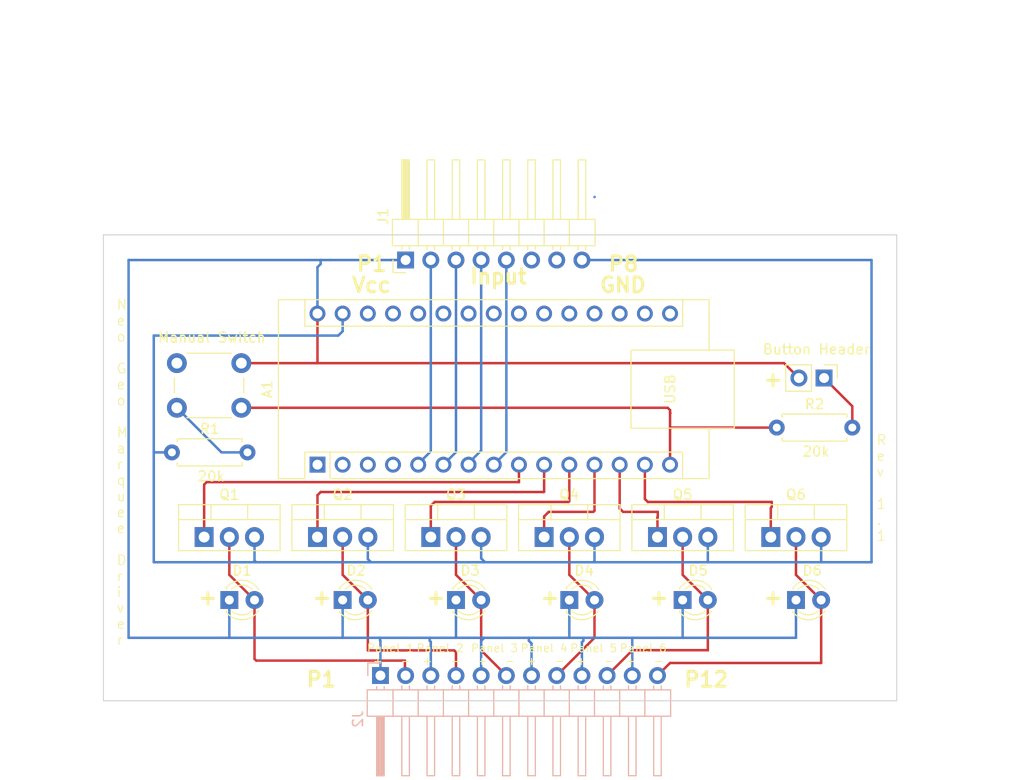
<source format=kicad_pcb>
(kicad_pcb (version 20241229) (generator "pcbnew") (generator_version "9.0")
  (layers (0 "F.Cu" signal) (2 "B.Cu" signal) (13 "F.Paste" user) (15 "B.Paste" user) (5 "F.SilkS" user "F.Silkscreen") (7 "B.SilkS" user "B.Silkscreen") (1 "F.Mask" user) (3 "B.Mask" user) (25 "Edge.Cuts" user))
  (net 0 "")
  (footprint "MountingHole:MountingHole_3.2mm_M3" (layer "F.Cu") (at 161.04 63.59)
    (property "Reference" "REF**" (hide yes))
    (property "Value" "MountingHole_3.2mm_M3")
    (pad "" np_thru_hole circle (at 0 0) (size 3.2 3.2) (drill 3.2) (layers "*.Cu" "*.Mask"))
  )
  (footprint "LED_THT:LED_D3.0mm" (layer "F.Cu") (at 100.33 93.98)
    (property "Reference" "D1" (hide yes))
    (property "Value" "LED_D3.0mm")
    (pad "1" thru_hole rect (at 0 0) (size 1.8 1.8) (drill 0.9) (layers "*.Cu" "*.Mask"))
    (pad "2" thru_hole circle (at 2.54 0) (size 1.8 1.8) (drill 0.9) (layers "*.Cu" "*.Mask"))
  )
  (footprint "Resistor_THT:R_Axial_DIN0207_L6.3mm_D2.5mm_P7.62mm_Horizontal" (layer "F.Cu") (at 155.54 76.59)
    (property "Reference" "R2" (at 3.81 -2.37 0) (layer "F.SilkS"))
    (property "Value" "R_Axial_DIN0207_L6.3mm_D2.5mm_P7.62mm_Horizontal")
    (pad "1" thru_hole circle (at 0 0) (size 1.6 1.6) (drill 0.8) (layers "*.Cu" "*.Mask"))
    (pad "2" thru_hole oval (at 7.62 0) (size 1.6 1.6) (drill 0.8) (layers "*.Cu" "*.Mask"))
  )
  (footprint "Resistor_THT:R_Axial_DIN0207_L6.3mm_D2.5mm_P7.62mm_Horizontal" (layer "F.Cu") (at 94.54 79.09)
    (property "Reference" "R1" (at 3.81 -2.37 0) (layer "F.SilkS"))
    (property "Value" "R_Axial_DIN0207_L6.3mm_D2.5mm_P7.62mm_Horizontal")
    (pad "1" thru_hole circle (at 0 0) (size 1.6 1.6) (drill 0.8) (layers "*.Cu" "*.Mask"))
    (pad "2" thru_hole oval (at 7.62 0) (size 1.6 1.6) (drill 0.8) (layers "*.Cu" "*.Mask"))
  )
  (footprint "LED_THT:LED_D3.0mm" (layer "F.Cu") (at 157.48 93.98)
    (property "Reference" "D6" (hide yes))
    (property "Value" "LED_D3.0mm")
    (pad "1" thru_hole rect (at 0 0) (size 1.8 1.8) (drill 0.9) (layers "*.Cu" "*.Mask"))
    (pad "2" thru_hole circle (at 2.54 0) (size 1.8 1.8) (drill 0.9) (layers "*.Cu" "*.Mask"))
  )
  (footprint "LED_THT:LED_D3.0mm" (layer "F.Cu") (at 146.05 93.98)
    (property "Reference" "D5" (hide yes))
    (property "Value" "LED_D3.0mm")
    (pad "1" thru_hole rect (at 0 0) (size 1.8 1.8) (drill 0.9) (layers "*.Cu" "*.Mask"))
    (pad "2" thru_hole circle (at 2.54 0) (size 1.8 1.8) (drill 0.9) (layers "*.Cu" "*.Mask"))
  )
  (footprint "Package_TO_SOT_THT:TO-220-3_Vertical" (layer "F.Cu") (at 154.94 87.63)
    (property "Reference" "Q6" (at 2.54 -4.27 0) (layer "F.SilkS"))
    (property "Value" "TO-220-3_Vertical")
    (pad "1" thru_hole rect (at 0 0) (size 1.905 2) (drill 1.1) (layers "*.Cu" "*.Mask"))
    (pad "2" thru_hole oval (at 2.54 0) (size 1.905 2) (drill 1.1) (layers "*.Cu" "*.Mask"))
    (pad "3" thru_hole oval (at 5.08 0) (size 1.905 2) (drill 1.1) (layers "*.Cu" "*.Mask"))
  )
  (footprint "Connector_PinHeader_2.54mm:PinHeader_1x02_P2.54mm_Vertical" (layer "F.Cu") (at 160.315 71.59 -90)
    (property "Reference" "REF**" (hide yes))
    (property "Value" "PinHeader_1x02_P2.54mm_Vertical")
    (pad "1" thru_hole rect (at 0 0 270) (size 1.7 1.7) (drill 1) (layers "*.Cu" "*.Mask"))
    (pad "2" thru_hole oval (at 0 2.54 270) (size 1.7 1.7) (drill 1) (layers "*.Cu" "*.Mask"))
  )
  (footprint "Package_TO_SOT_THT:TO-220-3_Vertical" (layer "F.Cu") (at 109.22 87.63)
    (property "Reference" "Q2" (at 2.54 -4.27 0) (layer "F.SilkS"))
    (property "Value" "TO-220-3_Vertical")
    (pad "1" thru_hole rect (at 0 0) (size 1.905 2) (drill 1.1) (layers "*.Cu" "*.Mask"))
    (pad "2" thru_hole oval (at 2.54 0) (size 1.905 2) (drill 1.1) (layers "*.Cu" "*.Mask"))
    (pad "3" thru_hole oval (at 5.08 0) (size 1.905 2) (drill 1.1) (layers "*.Cu" "*.Mask"))
  )
  (footprint "MountingHole:MountingHole_3.2mm_M3" (layer "F.Cu") (at 164.04 100.59)
    (property "Reference" "REF**" (hide yes))
    (property "Value" "MountingHole_3.2mm_M3")
    (pad "" np_thru_hole circle (at 0 0) (size 3.2 3.2) (drill 3.2) (layers "*.Cu" "*.Mask"))
  )
  (footprint "MountingHole:MountingHole_3.2mm_M3" (layer "F.Cu") (at 94.54 63.59)
    (property "Reference" "REF**" (hide yes))
    (property "Value" "MountingHole_3.2mm_M3")
    (pad "" np_thru_hole circle (at 0 0) (size 3.2 3.2) (drill 3.2) (layers "*.Cu" "*.Mask"))
  )
  (footprint "Button_Switch_THT:SW_PUSH_6mm_H5mm" (layer "F.Cu") (at 95.04 70.09)
    (property "Reference" "REF**" (hide yes))
    (property "Value" "SW_PUSH_6mm_H5mm")
    (pad "1" thru_hole circle (at 0 0 90) (size 2 2) (drill 1.1) (layers "*.Cu" "*.Mask"))
    (pad "1" thru_hole circle (at 6.5 0 90) (size 2 2) (drill 1.1) (layers "*.Cu" "*.Mask"))
    (pad "2" thru_hole circle (at 0 4.5 90) (size 2 2) (drill 1.1) (layers "*.Cu" "*.Mask"))
    (pad "2" thru_hole circle (at 6.5 4.5 90) (size 2 2) (drill 1.1) (layers "*.Cu" "*.Mask"))
  )
  (footprint "LED_THT:LED_D3.0mm" (layer "F.Cu") (at 134.62 93.98)
    (property "Reference" "D4" (hide yes))
    (property "Value" "LED_D3.0mm")
    (pad "1" thru_hole rect (at 0 0) (size 1.8 1.8) (drill 0.9) (layers "*.Cu" "*.Mask"))
    (pad "2" thru_hole circle (at 2.54 0) (size 1.8 1.8) (drill 0.9) (layers "*.Cu" "*.Mask"))
  )
  (footprint "LED_THT:LED_D3.0mm" (layer "F.Cu") (at 123.19 93.98)
    (property "Reference" "D3" (hide yes))
    (property "Value" "LED_D3.0mm")
    (pad "1" thru_hole rect (at 0 0) (size 1.8 1.8) (drill 0.9) (layers "*.Cu" "*.Mask"))
    (pad "2" thru_hole circle (at 2.54 0) (size 1.8 1.8) (drill 0.9) (layers "*.Cu" "*.Mask"))
  )
  (footprint "Package_TO_SOT_THT:TO-220-3_Vertical" (layer "F.Cu") (at 143.51 87.63)
    (property "Reference" "Q5" (at 2.54 -4.27 0) (layer "F.SilkS"))
    (property "Value" "TO-220-3_Vertical")
    (pad "1" thru_hole rect (at 0 0) (size 1.905 2) (drill 1.1) (layers "*.Cu" "*.Mask"))
    (pad "2" thru_hole oval (at 2.54 0) (size 1.905 2) (drill 1.1) (layers "*.Cu" "*.Mask"))
    (pad "3" thru_hole oval (at 5.08 0) (size 1.905 2) (drill 1.1) (layers "*.Cu" "*.Mask"))
  )
  (footprint "Package_TO_SOT_THT:TO-220-3_Vertical" (layer "F.Cu") (at 132.08 87.63)
    (property "Reference" "Q4" (at 2.54 -4.27 0) (layer "F.SilkS"))
    (property "Value" "TO-220-3_Vertical")
    (pad "1" thru_hole rect (at 0 0) (size 1.905 2) (drill 1.1) (layers "*.Cu" "*.Mask"))
    (pad "2" thru_hole oval (at 2.54 0) (size 1.905 2) (drill 1.1) (layers "*.Cu" "*.Mask"))
    (pad "3" thru_hole oval (at 5.08 0) (size 1.905 2) (drill 1.1) (layers "*.Cu" "*.Mask"))
  )
  (footprint "Package_TO_SOT_THT:TO-220-3_Vertical" (layer "F.Cu") (at 120.65 87.63)
    (property "Reference" "Q3" (at 2.54 -4.27 0) (layer "F.SilkS"))
    (property "Value" "TO-220-3_Vertical")
    (pad "1" thru_hole rect (at 0 0) (size 1.905 2) (drill 1.1) (layers "*.Cu" "*.Mask"))
    (pad "2" thru_hole oval (at 2.54 0) (size 1.905 2) (drill 1.1) (layers "*.Cu" "*.Mask"))
    (pad "3" thru_hole oval (at 5.08 0) (size 1.905 2) (drill 1.1) (layers "*.Cu" "*.Mask"))
  )
  (footprint "Package_TO_SOT_THT:TO-220-3_Vertical" (layer "F.Cu") (at 97.79 87.63)
    (property "Reference" "Q1" (at 2.54 -4.27 0) (layer "F.SilkS"))
    (property "Value" "TO-220-3_Vertical")
    (pad "1" thru_hole rect (at 0 0) (size 1.905 2) (drill 1.1) (layers "*.Cu" "*.Mask"))
    (pad "2" thru_hole oval (at 2.54 0) (size 1.905 2) (drill 1.1) (layers "*.Cu" "*.Mask"))
    (pad "3" thru_hole oval (at 5.08 0) (size 1.905 2) (drill 1.1) (layers "*.Cu" "*.Mask"))
  )
  (footprint "Module:Arduino_Nano_WithMountingHoles" (layer "F.Cu") (at 109.22 80.33 90)
    (property "Reference" "A1" (at 7.62 -5.08 90) (layer "F.SilkS"))
    (property "Value" "Arduino_Nano_WithMountingHoles")
    (fp_text user "USB" (at 7.62 35.56 90) (layer "F.SilkS"))
    (pad "" np_thru_hole circle (at 0 -2.54 90) (size 1.78 1.78) (drill 1.78) (layers "*.Cu" "*.Mask"))
    (pad "" np_thru_hole circle (at 0 38.1 90) (size 1.78 1.78) (drill 1.78) (layers "*.Cu" "*.Mask"))
    (pad "" np_thru_hole circle (at 15.24 -2.54 90) (size 1.78 1.78) (drill 1.78) (layers "*.Cu" "*.Mask"))
    (pad "" np_thru_hole circle (at 15.24 38.1 90) (size 1.78 1.78) (drill 1.78) (layers "*.Cu" "*.Mask"))
    (pad "3V3 Out" thru_hole oval (at 15.24 33.02 90) (size 1.6 1.6) (drill 1) (layers "*.Cu" "*.Mask"))
    (pad "5V Out" thru_hole oval (at 15.24 7.62 90) (size 1.6 1.6) (drill 1) (layers "*.Cu" "*.Mask"))
    (pad "A0" thru_hole oval (at 15.24 27.94 90) (size 1.6 1.6) (drill 1) (layers "*.Cu" "*.Mask"))
    (pad "A1" thru_hole oval (at 15.24 25.4 90) (size 1.6 1.6) (drill 1) (layers "*.Cu" "*.Mask"))
    (pad "A2" thru_hole oval (at 15.24 22.86 90) (size 1.6 1.6) (drill 1) (layers "*.Cu" "*.Mask"))
    (pad "A3" thru_hole oval (at 15.24 20.32 90) (size 1.6 1.6) (drill 1) (layers "*.Cu" "*.Mask"))
    (pad "A4" thru_hole oval (at 15.24 17.78 90) (size 1.6 1.6) (drill 1) (layers "*.Cu" "*.Mask"))
    (pad "A5" thru_hole oval (at 15.24 15.24 90) (size 1.6 1.6) (drill 1) (layers "*.Cu" "*.Mask"))
    (pad "A6" thru_hole oval (at 15.24 12.7 90) (size 1.6 1.6) (drill 1) (layers "*.Cu" "*.Mask"))
    (pad "A7" thru_hole oval (at 15.24 10.16 90) (size 1.6 1.6) (drill 1) (layers "*.Cu" "*.Mask"))
    (pad "D2" thru_hole oval (at 0 10.16 90) (size 1.6 1.6) (drill 1) (layers "*.Cu" "*.Mask"))
    (pad "D3" thru_hole oval (at 0 12.7 90) (size 1.6 1.6) (drill 1) (layers "*.Cu" "*.Mask"))
    (pad "D4" thru_hole oval (at 0 15.24 90) (size 1.6 1.6) (drill 1) (layers "*.Cu" "*.Mask"))
    (pad "D5" thru_hole oval (at 0 17.78 90) (size 1.6 1.6) (drill 1) (layers "*.Cu" "*.Mask"))
    (pad "D6" thru_hole oval (at 0 20.32 90) (size 1.6 1.6) (drill 1) (layers "*.Cu" "*.Mask"))
    (pad "D7" thru_hole oval (at 0 22.86 90) (size 1.6 1.6) (drill 1) (layers "*.Cu" "*.Mask"))
    (pad "D8" thru_hole oval (at 0 25.4 90) (size 1.6 1.6) (drill 1) (layers "*.Cu" "*.Mask"))
    (pad "D9" thru_hole oval (at 0 27.94 90) (size 1.6 1.6) (drill 1) (layers "*.Cu" "*.Mask"))
    (pad "D10" thru_hole oval (at 0 30.48 90) (size 1.6 1.6) (drill 1) (layers "*.Cu" "*.Mask"))
    (pad "D11" thru_hole oval (at 0 33.02 90) (size 1.6 1.6) (drill 1) (layers "*.Cu" "*.Mask"))
    (pad "D12" thru_hole oval (at 0 35.56 90) (size 1.6 1.6) (drill 1) (layers "*.Cu" "*.Mask"))
    (pad "D13" thru_hole oval (at 15.24 35.56 90) (size 1.6 1.6) (drill 1) (layers "*.Cu" "*.Mask"))
    (pad "GND" thru_hole oval (at 0 7.62 90) (size 1.6 1.6) (drill 1) (layers "*.Cu" "*.Mask"))
    (pad "GND" thru_hole oval (at 15.24 2.54 90) (size 1.6 1.6) (drill 1) (layers "*.Cu" "*.Mask"))
    (pad "REF" thru_hole oval (at 15.24 30.48 90) (size 1.6 1.6) (drill 1) (layers "*.Cu" "*.Mask"))
    (pad "RST" thru_hole oval (at 0 5.08 90) (size 1.6 1.6) (drill 1) (layers "*.Cu" "*.Mask"))
    (pad "RST" thru_hole oval (at 15.24 5.08 90) (size 1.6 1.6) (drill 1) (layers "*.Cu" "*.Mask"))
    (pad "RX0" thru_hole oval (at 0 2.54 90) (size 1.6 1.6) (drill 1) (layers "*.Cu" "*.Mask"))
    (pad "TX1" thru_hole rect (at 0 0 90) (size 1.6 1.6) (drill 1) (layers "*.Cu" "*.Mask"))
    (pad "Vin" thru_hole oval (at 15.24 0 90) (size 1.6 1.6) (drill 1) (layers "*.Cu" "*.Mask"))
  )
  (footprint "Connector_PinHeader_2.54mm:PinHeader_1x08_P2.54mm_Horizontal" (layer "F.Cu") (at 118.11 59.69 90)
    (property "Reference" "J1" (at 4.385 -2.27 90) (layer "F.SilkS"))
    (property "Value" "PinHeader_1x08_P2.54mm_Horizontal")
    (pad "1" thru_hole rect (at 0 0 90) (size 1.7 1.7) (drill 1) (layers "*.Cu" "*.Mask"))
    (pad "2" thru_hole oval (at 0 2.54 90) (size 1.7 1.7) (drill 1) (layers "*.Cu" "*.Mask"))
    (pad "3" thru_hole oval (at 0 5.08 90) (size 1.7 1.7) (drill 1) (layers "*.Cu" "*.Mask"))
    (pad "4" thru_hole oval (at 0 7.62 90) (size 1.7 1.7) (drill 1) (layers "*.Cu" "*.Mask"))
    (pad "5" thru_hole oval (at 0 10.16 90) (size 1.7 1.7) (drill 1) (layers "*.Cu" "*.Mask"))
    (pad "6" thru_hole oval (at 0 12.7 90) (size 1.7 1.7) (drill 1) (layers "*.Cu" "*.Mask"))
    (pad "7" thru_hole oval (at 0 15.24 90) (size 1.7 1.7) (drill 1) (layers "*.Cu" "*.Mask"))
    (pad "8" thru_hole oval (at 0 17.78 90) (size 1.7 1.7) (drill 1) (layers "*.Cu" "*.Mask"))
  )
  (footprint "LED_THT:LED_D3.0mm" (layer "F.Cu") (at 111.76 93.98)
    (property "Reference" "D2" (hide yes))
    (property "Value" "LED_D3.0mm")
    (pad "1" thru_hole rect (at 0 0) (size 1.8 1.8) (drill 0.9) (layers "*.Cu" "*.Mask"))
    (pad "2" thru_hole circle (at 2.54 0) (size 1.8 1.8) (drill 0.9) (layers "*.Cu" "*.Mask"))
  )
  (footprint "Connector_PinHeader_2.54mm:PinHeader_1x12_P2.54mm_Horizontal" (layer "B.Cu") (at 115.57 101.6 -90)
    (property "Reference" "J2" (at 4.385 2.27 90) (layer "B.SilkS") (effects (justify mirror)))
    (property "Value" "PinHeader_1x12_P2.54mm_Horizontal" (hide yes))
    (pad "1" thru_hole rect (at 0 0 270) (size 1.7 1.7) (drill 1) (layers "*.Cu" "*.Mask"))
    (pad "2" thru_hole oval (at 0 -2.54 270) (size 1.7 1.7) (drill 1) (layers "*.Cu" "*.Mask"))
    (pad "3" thru_hole oval (at 0 -5.08 270) (size 1.7 1.7) (drill 1) (layers "*.Cu" "*.Mask"))
    (pad "4" thru_hole oval (at 0 -7.62 270) (size 1.7 1.7) (drill 1) (layers "*.Cu" "*.Mask"))
    (pad "5" thru_hole oval (at 0 -10.16 270) (size 1.7 1.7) (drill 1) (layers "*.Cu" "*.Mask"))
    (pad "6" thru_hole oval (at 0 -12.7 270) (size 1.7 1.7) (drill 1) (layers "*.Cu" "*.Mask"))
    (pad "7" thru_hole oval (at 0 -15.24 270) (size 1.7 1.7) (drill 1) (layers "*.Cu" "*.Mask"))
    (pad "8" thru_hole oval (at 0 -17.78 270) (size 1.7 1.7) (drill 1) (layers "*.Cu" "*.Mask"))
    (pad "9" thru_hole oval (at 0 -20.32 270) (size 1.7 1.7) (drill 1) (layers "*.Cu" "*.Mask"))
    (pad "10" thru_hole oval (at 0 -22.86 270) (size 1.7 1.7) (drill 1) (layers "*.Cu" "*.Mask"))
    (pad "11" thru_hole oval (at 0 -25.4 270) (size 1.7 1.7) (drill 1) (layers "*.Cu" "*.Mask"))
    (pad "12" thru_hole oval (at 0 -27.94 270) (size 1.7 1.7) (drill 1) (layers "*.Cu" "*.Mask"))
  )
  (gr_rect (start 87.63 57.15) (end 167.64 104.14) (stroke (width 0.1)) (fill no) (layer "Edge.Cuts"))
  (gr_text " Panel 1\n  +   -" (at 113.54 100.59 0) (layer "F.SilkS") (effects (font (size 0.8 0.8) (thickness 0.1)) (justify left bottom)))
  (gr_text "D4" (at 135.04 91.59 0) (layer "F.SilkS") (effects (font (size 1 1)) (justify left bottom)))
  (gr_text "20k" (at 97.04 82.09 0) (layer "F.SilkS") (effects (font (size 1 1)) (justify left bottom)))
  (gr_text " Panel 3\n  +   -" (at 124.04 100.59 0) (layer "F.SilkS") (effects (font (size 0.8 0.8) (thickness 0.1)) (justify left bottom)))
  (gr_text "+" (at 120.04 94.59 0) (layer "F.SilkS") (effects (font (size 1.5 1.5) (thickness 0.3) (bold yes)) (justify left bottom)))
  (gr_text "Input" (at 124.46 62.23 0) (layer "F.SilkS") (effects (font (size 1.5 1.5) (thickness 0.3) (bold yes)) (justify left bottom)))
  (gr_text "GND" (at 137.54 63.09 0) (layer "F.SilkS") (effects (font (size 1.5 1.5) (thickness 0.3) (bold yes)) (justify left bottom)))
  (gr_text "D6" (at 158.04 91.59 0) (layer "F.SilkS") (effects (font (size 1 1)) (justify left bottom)))
  (gr_text "D1" (at 100.54 91.59 0) (layer "F.SilkS") (effects (font (size 1 1)) (justify left bottom)))
  (gr_text " Panel 5\n  +   -" (at 134.04 100.59 0) (layer "F.SilkS") (effects (font (size 0.8 0.8) (thickness 0.1)) (justify left bottom)))
  (gr_text " Panel 4\n  +   -" (at 129.04 100.59 0) (layer "F.SilkS") (effects (font (size 0.8 0.8) (thickness 0.1)) (justify left bottom)))
  (gr_text "P1" (at 107.95 102.87 0) (layer "F.SilkS") (effects (font (size 1.5 1.5) (thickness 0.3) (bold yes)) (justify left bottom)))
  (gr_text "R\ne\nv\n\n1\n.\n1" (at 165.54 88.09 0) (layer "F.SilkS") (effects (font (size 1 1) (thickness 0.1)) (justify left bottom)))
  (gr_text " Panel 6\n  +   -" (at 139.04 100.59 0) (layer "F.SilkS") (effects (font (size 0.8 0.8) (thickness 0.1)) (justify left bottom)))
  (gr_text "D2" (at 112.04 91.59 0) (layer "F.SilkS") (effects (font (size 1 1)) (justify left bottom)))
  (gr_text "P1" (at 113.03 60.96 0) (layer "F.SilkS") (effects (font (size 1.5 1.5) (thickness 0.3) (bold yes)) (justify left bottom)))
  (gr_text "P12" (at 146.05 102.87 0) (layer "F.SilkS") (effects (font (size 1.5 1.5) (thickness 0.3) (bold yes)) (justify left bottom)))
  (gr_text "Vcc" (at 112.54 63.09 0) (layer "F.SilkS") (effects (font (size 1.5 1.5) (thickness 0.3) (bold yes)) (justify left bottom)))
  (gr_text "+" (at 154.04 94.59 0) (layer "F.SilkS") (effects (font (size 1.5 1.5) (thickness 0.3) (bold yes)) (justify left bottom)))
  (gr_text " Panel 2\n  +   -" (at 118.54 100.59 0) (layer "F.SilkS") (effects (font (size 0.8 0.8) (thickness 0.1)) (justify left bottom)))
  (gr_text "D5" (at 146.54 91.59 0) (layer "F.SilkS") (effects (font (size 1 1)) (justify left bottom)))
  (gr_text "Button Header" (at 154.04 69.28 0) (layer "F.SilkS") (effects (font (size 1 1)) (justify left bottom)))
  (gr_text "D3" (at 123.54 91.59 0) (layer "F.SilkS") (effects (font (size 1 1)) (justify left bottom)))
  (gr_text "+" (at 108.54 94.59 0) (layer "F.SilkS") (effects (font (size 1.5 1.5) (thickness 0.3) (bold yes)) (justify left bottom)))
  (gr_text "+" (at 131.54 94.59 0) (layer "F.SilkS") (effects (font (size 1.5 1.5) (thickness 0.3) (bold yes)) (justify left bottom)))
  (gr_text "P8" (at 138.43 60.96 0) (layer "F.SilkS") (effects (font (size 1.5 1.5) (thickness 0.3) (bold yes)) (justify left bottom)))
  (gr_text "+" (at 97.04 94.59 0) (layer "F.SilkS") (effects (font (size 1.5 1.5) (thickness 0.3) (bold yes)) (justify left bottom)))
  (gr_text "Manual Switch" (at 93.04 68.09 0) (layer "F.SilkS") (effects (font (size 1 1)) (justify left bottom)))
  (gr_text "+" (at 154.04 72.59 0) (layer "F.SilkS") (effects (font (size 1.5 1.5) (thickness 0.3) (bold yes)) (justify left bottom)))
  (gr_text "+" (at 142.54 94.59 0) (layer "F.SilkS") (effects (font (size 1.5 1.5) (thickness 0.3) (bold yes)) (justify left bottom)))
  (gr_text "N\ne\no\n\nG\ne\no\n\nM\na\nr\nq\nu\ne\ne\n\nD\nr\ni\nv\ne\nr" (at 88.9 98.59 0) (layer "F.SilkS") (effects (font (size 1 1) (thickness 0.1)) (justify left bottom)))
  (gr_text "20k" (at 158.04 79.59 0) (layer "F.SilkS") (effects (font (size 1 1)) (justify left bottom)))
  (segment (start 134.62 84.01) (end 134.54 84.09) (width 0.25) (layer "F.Cu") (net 0))
  (segment (start 109.04 70.09) (end 109.22 70.09) (width 0.25) (layer "F.Cu") (net 0))
  (segment (start 102.87 93.98) (end 102.87 99.92) (width 0.25) (layer "F.Cu") (net 0))
  (segment (start 156.275 70.09) (end 157.775 71.59) (width 0.25) (layer "F.Cu") (net 0))
  (segment (start 114.3 99.06) (end 123.01 99.06) (width 0.25) (layer "F.Cu") (net 0))
  (segment (start 111.76 87.63) (end 111.76 91.44) (width 0.25) (layer "F.Cu") (net 0))
  (segment (start 97.79 82.34) (end 97.79 87.63) (width 0.25) (layer "F.Cu") (net 0))
  (segment (start 132.54 85.09) (end 132.08 85.55) (width 0.25) (layer "F.Cu") (net 0))
  (segment (start 125.73 93.98) (end 125.73 99.06) (width 0.25) (layer "F.Cu") (net 0))
  (segment (start 157.48 91.44) (end 160.02 93.98) (width 0.25) (layer "F.Cu") (net 0))
  (segment (start 154.94 84.69) (end 154.94 87.63) (width 0.25) (layer "F.Cu") (net 0))
  (segment (start 100.33 87.63) (end 100.33 91.44) (width 0.25) (layer "F.Cu") (net 0))
  (segment (start 118.04 100.09) (end 118.04 101.53) (width 0.25) (layer "F.Cu") (net 0))
  (segment (start 155.54 76.59) (end 144.78 76.59) (width 0.25) (layer "F.Cu") (net 0))
  (segment (start 102.87 99.92) (end 103.04 100.09) (width 0.25) (layer "F.Cu") (net 0))
  (segment (start 114.3 93.98) (end 114.3 99.06) (width 0.25) (layer "F.Cu") (net 0))
  (segment (start 109.22 70.09) (end 109.22 65.09) (width 0.25) (layer "F.Cu") (net 0))
  (segment (start 143.54 85.59) (end 143.51 85.62) (width 0.25) (layer "F.Cu") (net 0))
  (segment (start 123.19 99.24) (end 123.19 101.6) (width 0.25) (layer "F.Cu") (net 0))
  (segment (start 137.16 97.79) (end 133.35 101.6) (width 0.25) (layer "F.Cu") (net 0))
  (segment (start 125.73 99.06) (end 128.27 101.6) (width 0.25) (layer "F.Cu") (net 0))
  (segment (start 109.22 83.41) (end 109.22 87.63) (width 0.25) (layer "F.Cu") (net 0))
  (segment (start 111.76 91.44) (end 114.3 93.98) (width 0.25) (layer "F.Cu") (net 0))
  (segment (start 155.04 84.09) (end 155.04 84.59) (width 0.25) (layer "F.Cu") (net 0))
  (segment (start 140.04 85.09) (end 143.54 85.09) (width 0.25) (layer "F.Cu") (net 0))
  (segment (start 163.16 76.59) (end 163.16 74.435) (width 0.25) (layer "F.Cu") (net 0))
  (segment (start 142.24 80.33) (end 142.24 83.79) (width 0.25) (layer "F.Cu") (net 0))
  (segment (start 132.04 83.09) (end 109.54 83.09) (width 0.25) (layer "F.Cu") (net 0))
  (segment (start 137.16 84.97) (end 137.04 85.09) (width 0.25) (layer "F.Cu") (net 0))
  (segment (start 134.62 87.63) (end 134.62 91.44) (width 0.25) (layer "F.Cu") (net 0))
  (segment (start 109.54 83.09) (end 109.22 83.41) (width 0.25) (layer "F.Cu") (net 0))
  (segment (start 121.04 84.09) (end 120.65 84.48) (width 0.25) (layer "F.Cu") (net 0))
  (segment (start 95.04 78.59) (end 94.54 79.09) (width 0.25) (layer "F.Cu") (net 0))
  (segment (start 148.59 99.04) (end 140.99 99.04) (width 0.25) (layer "F.Cu") (net 0))
  (segment (start 103.04 100.09) (end 118.04 100.09) (width 0.25) (layer "F.Cu") (net 0))
  (segment (start 143.51 85.62) (end 143.51 87.63) (width 0.25) (layer "F.Cu") (net 0))
  (segment (start 137.04 85.09) (end 132.54 85.09) (width 0.25) (layer "F.Cu") (net 0))
  (segment (start 144.78 74.83) (end 144.78 75.09) (width 0.25) (layer "F.Cu") (net 0))
  (segment (start 143.54 85.09) (end 143.54 85.59) (width 0.25) (layer "F.Cu") (net 0))
  (segment (start 157.48 87.63) (end 157.48 91.44) (width 0.25) (layer "F.Cu") (net 0))
  (segment (start 144.82 75.13) (end 144.78 75.09) (width 0.25) (layer "F.Cu") (net 0))
  (segment (start 132.08 85.55) (end 132.08 87.63) (width 0.25) (layer "F.Cu") (net 0))
  (segment (start 146.05 87.63) (end 146.05 91.44) (width 0.25) (layer "F.Cu") (net 0))
  (segment (start 109.22 70.09) (end 156.275 70.09) (width 0.25) (layer "F.Cu") (net 0))
  (segment (start 129.54 82.09) (end 98.04 82.09) (width 0.25) (layer "F.Cu") (net 0))
  (segment (start 144.54 74.59) (end 144.78 74.83) (width 0.25) (layer "F.Cu") (net 0))
  (segment (start 123.19 87.63) (end 123.19 91.44) (width 0.25) (layer "F.Cu") (net 0))
  (segment (start 144.78 100.33) (end 143.51 101.6) (width 0.25) (layer "F.Cu") (net 0))
  (segment (start 101.54 74.59) (end 144.54 74.59) (width 0.25) (layer "F.Cu") (net 0))
  (segment (start 163.16 74.435) (end 160.315 71.59) (width 0.25) (layer "F.Cu") (net 0))
  (segment (start 139.7 80.33) (end 139.7 84.75) (width 0.25) (layer "F.Cu") (net 0))
  (segment (start 98.04 82.09) (end 97.79 82.34) (width 0.25) (layer "F.Cu") (net 0))
  (segment (start 137.16 93.98) (end 137.16 97.79) (width 0.25) (layer "F.Cu") (net 0))
  (segment (start 144.78 76.59) (end 144.78 80.33) (width 0.25) (layer "F.Cu") (net 0))
  (segment (start 148.59 99.04) (end 148.59 99.06) (width 0.25) (layer "F.Cu") (net 0))
  (segment (start 123.19 91.44) (end 125.73 93.98) (width 0.25) (layer "F.Cu") (net 0))
  (segment (start 134.54 84.09) (end 121.04 84.09) (width 0.25) (layer "F.Cu") (net 0))
  (segment (start 132.08 83.05) (end 132.04 83.09) (width 0.25) (layer "F.Cu") (net 0))
  (segment (start 144.78 75.09) (end 144.78 76.59) (width 0.25) (layer "F.Cu") (net 0))
  (segment (start 101.54 70.09) (end 109.04 70.09) (width 0.25) (layer "F.Cu") (net 0))
  (segment (start 137.16 80.33) (end 137.16 84.97) (width 0.25) (layer "F.Cu") (net 0))
  (segment (start 148.59 93.98) (end 148.59 99.04) (width 0.25) (layer "F.Cu") (net 0))
  (segment (start 139.7 84.75) (end 140.04 85.09) (width 0.25) (layer "F.Cu") (net 0))
  (segment (start 160.02 100.33) (end 144.78 100.33) (width 0.25) (layer "F.Cu") (net 0))
  (segment (start 123.01 99.06) (end 123.19 99.24) (width 0.25) (layer "F.Cu") (net 0))
  (segment (start 142.24 83.79) (end 142.54 84.09) (width 0.25) (layer "F.Cu") (net 0))
  (segment (start 146.05 91.44) (end 148.59 93.98) (width 0.25) (layer "F.Cu") (net 0))
  (segment (start 160.02 93.98) (end 160.02 100.33) (width 0.25) (layer "F.Cu") (net 0))
  (segment (start 120.65 84.48) (end 120.65 87.63) (width 0.25) (layer "F.Cu") (net 0))
  (segment (start 100.33 91.44) (end 102.87 93.98) (width 0.25) (layer "F.Cu") (net 0))
  (segment (start 140.99 99.04) (end 138.43 101.6) (width 0.25) (layer "F.Cu") (net 0))
  (segment (start 134.62 80.33) (end 134.62 84.01) (width 0.25) (layer "F.Cu") (net 0))
  (segment (start 134.62 91.44) (end 137.16 93.98) (width 0.25) (layer "F.Cu") (net 0))
  (segment (start 132.08 80.33) (end 132.08 83.05) (width 0.25) (layer "F.Cu") (net 0))
  (segment (start 129.54 80.33) (end 129.54 82.09) (width 0.25) (layer "F.Cu") (net 0))
  (segment (start 118.04 101.53) (end 118.11 101.6) (width 0.25) (layer "F.Cu") (net 0))
  (segment (start 142.54 84.09) (end 155.04 84.09) (width 0.25) (layer "F.Cu") (net 0))
  (segment (start 155.04 84.59) (end 154.94 84.69) (width 0.25) (layer "F.Cu") (net 0))
  (segment (start 90.17 97.79) (end 99.06 97.79) (width 0.25) (layer "B.Cu") (net 0))
  (segment (start 97.79 90.17) (end 92.71 90.17) (width 0.25) (layer "B.Cu") (net 0))
  (segment (start 125.73 89.78) (end 125.73 87.63) (width 0.25) (layer "B.Cu") (net 0))
  (segment (start 138.43 97.79) (end 139.7 97.79) (width 0.25) (layer "B.Cu") (net 0))
  (segment (start 125.73 78.9) (end 124.62 80.01) (width 0.25) (layer "B.Cu") (net 0))
  (segment (start 114.3 97.79) (end 115.54 97.79) (width 0.25) (layer "B.Cu") (net 0))
  (segment (start 123.19 59.69) (end 123.19 79.06) (width 0.25) (layer "B.Cu") (net 0))
  (segment (start 126.04 90.17) (end 126.04 90.09) (width 0.25) (layer "B.Cu") (net 0))
  (segment (start 111.76 66.87) (end 111.76 65.09) (width 0.25) (layer "B.Cu") (net 0))
  (segment (start 123.19 97.79) (end 123.19 93.98) (width 0.25) (layer "B.Cu") (net 0))
  (segment (start 115.57 98.12) (end 115.57 101.6) (width 0.25) (layer "B.Cu") (net 0))
  (segment (start 97.79 90.17) (end 103.04 90.17) (width 0.25) (layer "B.Cu") (net 0))
  (segment (start 146.05 97.79) (end 157.48 97.79) (width 0.25) (layer "B.Cu") (net 0))
  (segment (start 143.51 97.79) (end 144.78 97.79) (width 0.25) (layer "B.Cu") (net 0))
  (segment (start 126.04 90.09) (end 125.73 89.78) (width 0.25) (layer "B.Cu") (net 0))
  (segment (start 137.04 90.17) (end 143.51 90.17) (width 0.25) (layer "B.Cu") (net 0))
  (segment (start 114.3 89.85) (end 114.3 87.63) (width 0.25) (layer "B.Cu") (net 0))
  (segment (start 125.73 59.69) (end 125.73 78.9) (width 0.25) (layer "B.Cu") (net 0))
  (segment (start 154.94 90.17) (end 160.04 90.17) (width 0.25) (layer "B.Cu") (net 0))
  (segment (start 133.35 97.79) (end 134.62 97.79) (width 0.25) (layer "B.Cu") (net 0))
  (segment (start 123.19 79.06) (end 121.92 80.33) (width 0.25) (layer "B.Cu") (net 0))
  (segment (start 124.62 80.01) (end 124.62 80.33) (width 0.25) (layer "B.Cu") (net 0))
  (segment (start 157.48 97.79) (end 157.48 93.98) (width 0.25) (layer "B.Cu") (net 0))
  (segment (start 137.16 53.34) (end 137.175 53.325) (width 0.25) (layer "B.Cu") (net 0))
  (segment (start 141.04 97.79) (end 140.97 97.86) (width 0.25) (layer "B.Cu") (net 0))
  (segment (start 132.08 90.17) (end 137.04 90.17) (width 0.25) (layer "B.Cu") (net 0))
  (segment (start 109.22 90.17) (end 114.54 90.17) (width 0.25) (layer "B.Cu") (net 0))
  (segment (start 120.54 98.09) (end 120.65 98.2) (width 0.25) (layer "B.Cu") (net 0))
  (segment (start 123.19 97.79) (end 124.46 97.79) (width 0.25) (layer "B.Cu") (net 0))
  (segment (start 160.02 90.15) (end 160.02 87.63) (width 0.25) (layer "B.Cu") (net 0))
  (segment (start 109.22 60.41) (end 109.22 65.09) (width 0.25) (layer "B.Cu") (net 0))
  (segment (start 114.54 90.09) (end 114.3 89.85) (width 0.25) (layer "B.Cu") (net 0))
  (segment (start 128.27 97.79) (end 129.54 97.79) (width 0.25) (layer "B.Cu") (net 0))
  (segment (start 136.04 97.79) (end 138.43 97.79) (width 0.25) (layer "B.Cu") (net 0))
  (segment (start 146.05 97.79) (end 146.05 93.98) (width 0.25) (layer "B.Cu") (net 0))
  (segment (start 102.87 90) (end 102.87 87.63) (width 0.25) (layer "B.Cu") (net 0))
  (segment (start 92.71 67.31) (end 111.32 67.31) (width 0.25) (layer "B.Cu") (net 0))
  (segment (start 109.54 59.69) (end 109.54 60.09) (width 0.25) (layer "B.Cu") (net 0))
  (segment (start 126.04 97.79) (end 128.27 97.79) (width 0.25) (layer "B.Cu") (net 0))
  (segment (start 95.04 74.59) (end 99.54 79.09) (width 0.25) (layer "B.Cu") (net 0))
  (segment (start 100.33 97.79) (end 100.33 93.98) (width 0.25) (layer "B.Cu") (net 0))
  (segment (start 130.54 98.09) (end 130.81 98.36) (width 0.25) (layer "B.Cu") (net 0))
  (segment (start 136.04 98.09) (end 135.89 98.24) (width 0.25) (layer "B.Cu") (net 0))
  (segment (start 124.46 97.79) (end 126.04 97.79) (width 0.25) (layer "B.Cu") (net 0))
  (segment (start 92.71 79.09) (end 92.71 74.59) (width 0.25) (layer "B.Cu") (net 0))
  (segment (start 109.54 60.09) (end 109.22 60.41) (width 0.25) (layer "B.Cu") (net 0))
  (segment (start 103.04 90.17) (end 109.22 90.17) (width 0.25) (layer "B.Cu") (net 0))
  (segment (start 120.65 78.98) (end 119.54 80.09) (width 0.25) (layer "B.Cu") (net 0))
  (segment (start 165.1 90.17) (end 165.1 59.69) (width 0.25) (layer "B.Cu") (net 0))
  (segment (start 111.32 67.31) (end 111.76 66.87) (width 0.25) (layer "B.Cu") (net 0))
  (segment (start 120.65 90.17) (end 126.04 90.17) (width 0.25) (layer "B.Cu") (net 0))
  (segment (start 135.89 98.24) (end 135.89 101.6) (width 0.25) (layer "B.Cu") (net 0))
  (segment (start 120.65 59.69) (end 120.65 78.98) (width 0.25) (layer "B.Cu") (net 0))
  (segment (start 134.62 97.79) (end 134.62 93.98) (width 0.25) (layer "B.Cu") (net 0))
  (segment (start 128.27 59.69) (end 128.27 79.06) (width 0.25) (layer "B.Cu") (net 0))
  (segment (start 109.54 59.69) (end 90.17 59.69) (width 0.25) (layer "B.Cu") (net 0))
  (segment (start 110.49 59.69) (end 118.11 59.69) (width 0.25) (layer "B.Cu") (net 0))
  (segment (start 90.17 59.69) (end 90.17 97.79) (width 0.25) (layer "B.Cu") (net 0))
  (segment (start 136.04 97.79) (end 136.04 98.09) (width 0.25) (layer "B.Cu") (net 0))
  (segment (start 128.27 79.06) (end 127 80.33) (width 0.25) (layer "B.Cu") (net 0))
  (segment (start 141.04 97.79) (end 143.51 97.79) (width 0.25) (layer "B.Cu") (net 0))
  (segment (start 160.04 90.17) (end 160.02 90.15) (width 0.25) (layer "B.Cu") (net 0))
  (segment (start 99.54 79.09) (end 102.16 79.09) (width 0.25) (layer "B.Cu") (net 0))
  (segment (start 130.81 98.36) (end 130.81 101.6) (width 0.25) (layer "B.Cu") (net 0))
  (segment (start 148.54 90.17) (end 149.04 90.17) (width 0.25) (layer "B.Cu") (net 0))
  (segment (start 92.71 90.17) (end 92.71 79.09) (width 0.25) (layer "B.Cu") (net 0))
  (segment (start 144.78 97.79) (end 146.05 97.79) (width 0.25) (layer "B.Cu") (net 0))
  (segment (start 137.16 90.05) (end 137.16 87.63) (width 0.25) (layer "B.Cu") (net 0))
  (segment (start 114.54 90.17) (end 114.54 90.09) (width 0.25) (layer "B.Cu") (net 0))
  (segment (start 148.59 90.12) (end 148.59 87.63) (width 0.25) (layer "B.Cu") (net 0))
  (segment (start 120.65 98.2) (end 120.65 101.6) (width 0.25) (layer "B.Cu") (net 0))
  (segment (start 110.49 97.79) (end 111.76 97.79) (width 0.25) (layer "B.Cu") (net 0))
  (segment (start 111.76 97.79) (end 111.76 93.98) (width 0.25) (layer "B.Cu") (net 0))
  (segment (start 140.97 97.86) (end 140.97 101.6) (width 0.25) (layer "B.Cu") (net 0))
  (segment (start 103.04 90.17) (end 102.87 90) (width 0.25) (layer "B.Cu") (net 0))
  (segment (start 118.11 97.79) (end 119.38 97.79) (width 0.25) (layer "B.Cu") (net 0))
  (segment (start 99.06 97.79) (end 100.33 97.79) (width 0.25) (layer "B.Cu") (net 0))
  (segment (start 121.92 97.79) (end 123.19 97.79) (width 0.25) (layer "B.Cu") (net 0))
  (segment (start 100.33 97.79) (end 110.49 97.79) (width 0.25) (layer "B.Cu") (net 0))
  (segment (start 120.54 97.79) (end 121.92 97.79) (width 0.25) (layer "B.Cu") (net 0))
  (segment (start 119.54 80.09) (end 119.54 80.33) (width 0.25) (layer "B.Cu") (net 0))
  (segment (start 131.04 97.79) (end 133.35 97.79) (width 0.25) (layer "B.Cu") (net 0))
  (segment (start 110.49 59.69) (end 109.54 59.69) (width 0.25) (layer "B.Cu") (net 0))
  (segment (start 160.04 90.17) (end 165.1 90.17) (width 0.25) (layer "B.Cu") (net 0))
  (segment (start 111.76 97.79) (end 114.3 97.79) (width 0.25) (layer "B.Cu") (net 0))
  (segment (start 115.54 97.79) (end 118.11 97.79) (width 0.25) (layer "B.Cu") (net 0))
  (segment (start 92.71 74.59) (end 92.71 67.31) (width 0.25) (layer "B.Cu") (net 0))
  (segment (start 120.54 97.79) (end 120.54 98.09) (width 0.25) (layer "B.Cu") (net 0))
  (segment (start 149.04 90.17) (end 154.94 90.17) (width 0.25) (layer "B.Cu") (net 0))
  (segment (start 129.54 97.79) (end 130.54 97.79) (width 0.25) (layer "B.Cu") (net 0))
  (segment (start 137.04 90.17) (end 137.16 90.05) (width 0.25) (layer "B.Cu") (net 0))
  (segment (start 126.04 97.79) (end 125.73 98.1) (width 0.25) (layer "B.Cu") (net 0))
  (segment (start 125.73 98.1) (end 125.73 101.6) (width 0.25) (layer "B.Cu") (net 0))
  (segment (start 114.54 90.17) (end 120.65 90.17) (width 0.25) (layer "B.Cu") (net 0))
  (segment (start 134.62 97.79) (end 136.04 97.79) (width 0.25) (layer "B.Cu") (net 0))
  (segment (start 130.54 97.79) (end 130.54 98.09) (width 0.25) (layer "B.Cu") (net 0))
  (segment (start 139.7 97.79) (end 141.04 97.79) (width 0.25) (layer "B.Cu") (net 0))
  (segment (start 130.54 97.79) (end 131.04 97.79) (width 0.25) (layer "B.Cu") (net 0))
  (segment (start 148.54 90.17) (end 148.59 90.12) (width 0.25) (layer "B.Cu") (net 0))
  (segment (start 115.54 98.09) (end 115.57 98.12) (width 0.25) (layer "B.Cu") (net 0))
  (segment (start 94.54 79.09) (end 92.71 79.09) (width 0.25) (layer "B.Cu") (net 0))
  (segment (start 165.1 59.69) (end 135.89 59.69) (width 0.25) (layer "B.Cu") (net 0))
  (segment (start 126.04 90.17) (end 132.08 90.17) (width 0.25) (layer "B.Cu") (net 0))
  (segment (start 115.54 97.79) (end 115.54 98.09) (width 0.25) (layer "B.Cu") (net 0))
  (segment (start 143.51 90.17) (end 148.54 90.17) (width 0.25) (layer "B.Cu") (net 0))
  (segment (start 119.38 97.79) (end 120.54 97.79) (width 0.25) (layer "B.Cu") (net 0))
)
</source>
